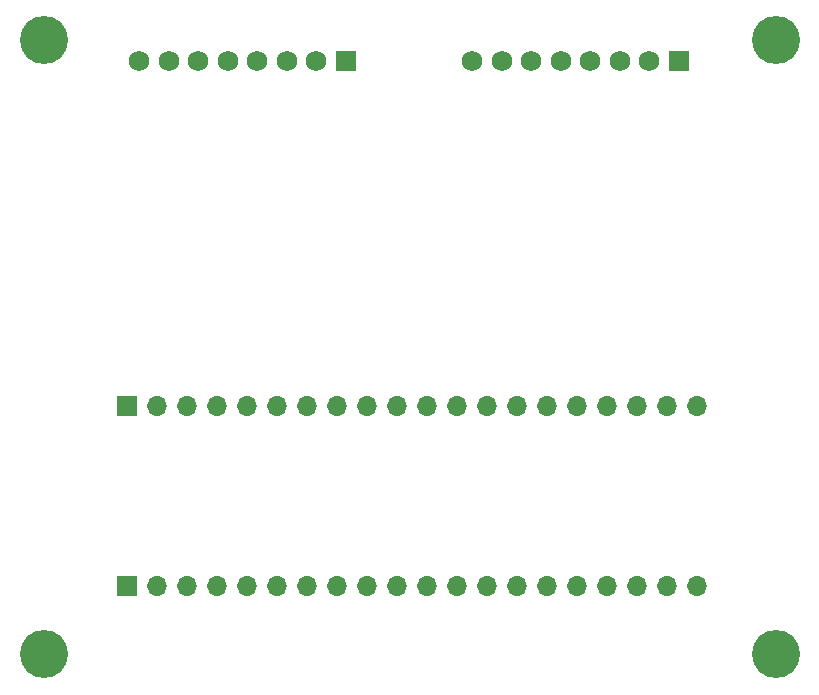
<source format=gbr>
G04 #@! TF.FileFunction,Soldermask,Bot*
%FSLAX46Y46*%
G04 Gerber Fmt 4.6, Leading zero omitted, Abs format (unit mm)*
G04 Created by KiCad (PCBNEW 4.0.5-e0-6337~49~ubuntu16.04.1) date Thu Feb 16 22:53:25 2017*
%MOMM*%
%LPD*%
G01*
G04 APERTURE LIST*
%ADD10C,0.100000*%
%ADD11C,4.064000*%
%ADD12R,1.750000X1.750000*%
%ADD13C,1.750000*%
%ADD14R,1.700000X1.700000*%
%ADD15O,1.700000X1.700000*%
G04 APERTURE END LIST*
D10*
D11*
X116908000Y-79256000D03*
X178908000Y-79256000D03*
X116908000Y-131256000D03*
X178908000Y-131256000D03*
D12*
X170688000Y-81026000D03*
D13*
X168188000Y-81026000D03*
X165688000Y-81026000D03*
X163188000Y-81026000D03*
X160688000Y-81026000D03*
X158188000Y-81026000D03*
X155688000Y-81026000D03*
X153188000Y-81026000D03*
D12*
X142494000Y-81026000D03*
D13*
X139994000Y-81026000D03*
X137494000Y-81026000D03*
X134994000Y-81026000D03*
X132494000Y-81026000D03*
X129994000Y-81026000D03*
X127494000Y-81026000D03*
X124994000Y-81026000D03*
D14*
X123952000Y-125476000D03*
D15*
X126492000Y-125476000D03*
X129032000Y-125476000D03*
X131572000Y-125476000D03*
X134112000Y-125476000D03*
X136652000Y-125476000D03*
X139192000Y-125476000D03*
X141732000Y-125476000D03*
X144272000Y-125476000D03*
X146812000Y-125476000D03*
X149352000Y-125476000D03*
X151892000Y-125476000D03*
X154432000Y-125476000D03*
X156972000Y-125476000D03*
X159512000Y-125476000D03*
X162052000Y-125476000D03*
X164592000Y-125476000D03*
X167132000Y-125476000D03*
X169672000Y-125476000D03*
X172212000Y-125476000D03*
D14*
X123952000Y-110236000D03*
D15*
X126492000Y-110236000D03*
X129032000Y-110236000D03*
X131572000Y-110236000D03*
X134112000Y-110236000D03*
X136652000Y-110236000D03*
X139192000Y-110236000D03*
X141732000Y-110236000D03*
X144272000Y-110236000D03*
X146812000Y-110236000D03*
X149352000Y-110236000D03*
X151892000Y-110236000D03*
X154432000Y-110236000D03*
X156972000Y-110236000D03*
X159512000Y-110236000D03*
X162052000Y-110236000D03*
X164592000Y-110236000D03*
X167132000Y-110236000D03*
X169672000Y-110236000D03*
X172212000Y-110236000D03*
M02*

</source>
